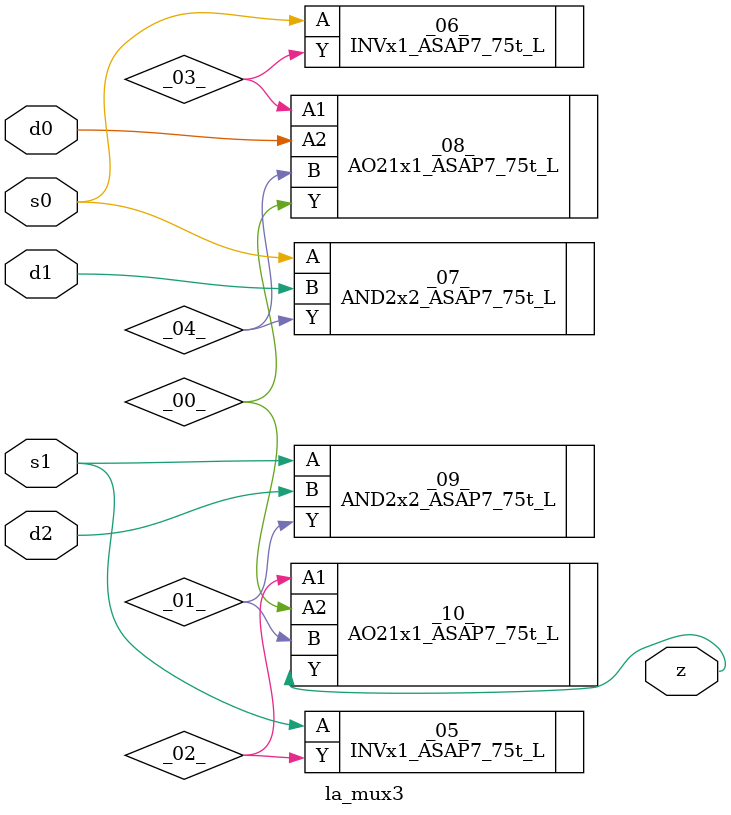
<source format=v>

/* Generated by Yosys 0.44 (git sha1 80ba43d26, g++ 11.4.0-1ubuntu1~22.04 -fPIC -O3) */

(* top =  1  *)
(* src = "inputs/la_mux3.v:10.1-23.10" *)
module la_mux3 (
    d0,
    d1,
    d2,
    s0,
    s1,
    z
);
  wire _00_;
  wire _01_;
  wire _02_;
  wire _03_;
  wire _04_;
  (* src = "inputs/la_mux3.v:13.12-13.14" *)
  input d0;
  wire d0;
  (* src = "inputs/la_mux3.v:14.12-14.14" *)
  input d1;
  wire d1;
  (* src = "inputs/la_mux3.v:15.12-15.14" *)
  input d2;
  wire d2;
  (* src = "inputs/la_mux3.v:16.12-16.14" *)
  input s0;
  wire s0;
  (* src = "inputs/la_mux3.v:17.12-17.14" *)
  input s1;
  wire s1;
  (* src = "inputs/la_mux3.v:18.12-18.13" *)
  output z;
  wire z;
  INVx1_ASAP7_75t_L _05_ (
      .A(s1),
      .Y(_02_)
  );
  INVx1_ASAP7_75t_L _06_ (
      .A(s0),
      .Y(_03_)
  );
  AND2x2_ASAP7_75t_L _07_ (
      .A(s0),
      .B(d1),
      .Y(_04_)
  );
  AO21x1_ASAP7_75t_L _08_ (
      .A1(_03_),
      .A2(d0),
      .B (_04_),
      .Y (_00_)
  );
  AND2x2_ASAP7_75t_L _09_ (
      .A(s1),
      .B(d2),
      .Y(_01_)
  );
  AO21x1_ASAP7_75t_L _10_ (
      .A1(_02_),
      .A2(_00_),
      .B (_01_),
      .Y (z)
  );
endmodule

</source>
